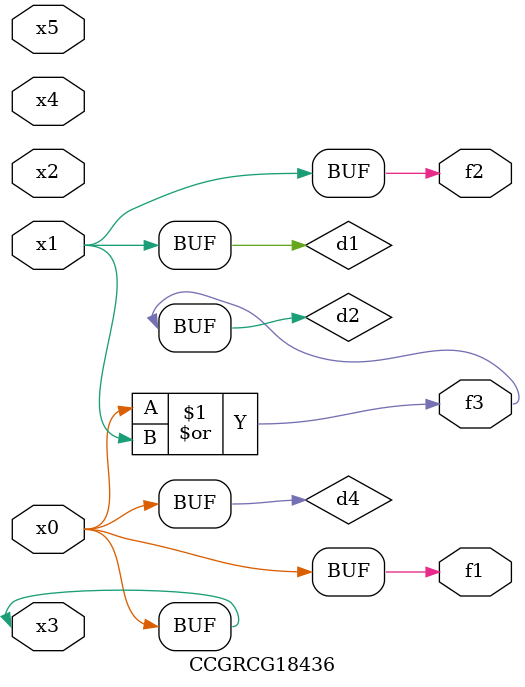
<source format=v>
module CCGRCG18436(
	input x0, x1, x2, x3, x4, x5,
	output f1, f2, f3
);

	wire d1, d2, d3, d4;

	and (d1, x1);
	or (d2, x0, x1);
	nand (d3, x0, x5);
	buf (d4, x0, x3);
	assign f1 = d4;
	assign f2 = d1;
	assign f3 = d2;
endmodule

</source>
